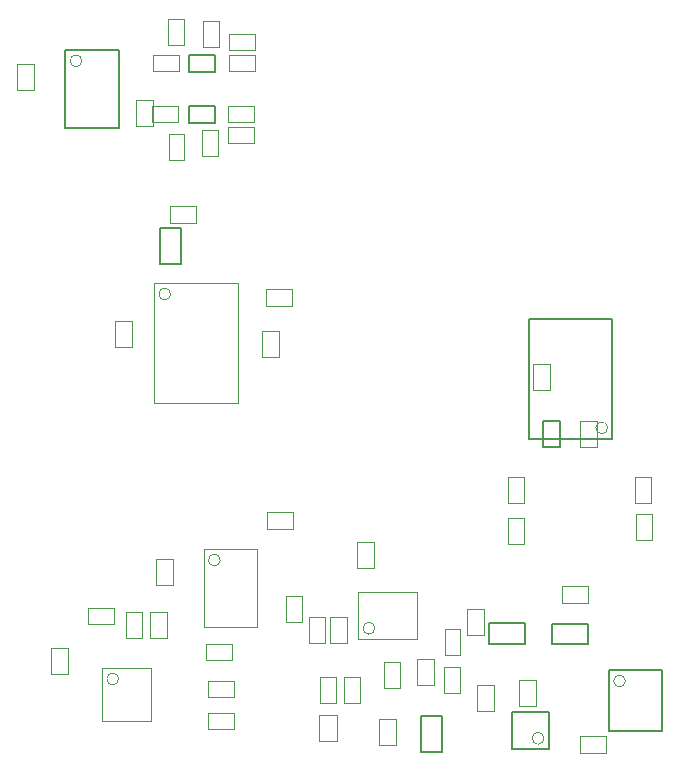
<source format=gbr>
G04 Layer_Color=16711935*
%FSLAX26Y26*%
%MOIN*%
%TF.FileFunction,Other,Mechanical_13*%
%TF.Part,Single*%
G01*
G75*
%TA.AperFunction,NonConductor*%
%ADD51C,0.005000*%
%ADD76C,0.003937*%
D51*
X1928544Y1831692D02*
Y1918306D01*
X1871456Y1831692D02*
Y1918306D01*
Y1831692D02*
X1928544D01*
X1871456Y1918306D02*
X1928544D01*
X1467260Y816338D02*
Y934448D01*
X1536158Y816338D02*
Y934448D01*
X1467260D02*
X1536158D01*
X1467260Y816338D02*
X1536158D01*
X691802Y3138653D02*
X778416D01*
X691802Y3081567D02*
X778416D01*
X691802D02*
Y3138653D01*
X778416Y3081567D02*
Y3138653D01*
X692802Y2969653D02*
X779416D01*
X692802Y2912567D02*
X779416D01*
X692802D02*
Y2969653D01*
X779416Y2912567D02*
Y2969653D01*
X1824370Y2259370D02*
X2103898D01*
X1824370Y1859764D02*
X2103898D01*
X1824370D02*
Y2259370D01*
X2103898Y1859764D02*
Y2259370D01*
X280552Y2894646D02*
Y3154488D01*
X457716Y2894646D02*
Y3154488D01*
X280552D02*
X457716D01*
X280552Y2894646D02*
X457716D01*
X1901748Y1173554D02*
X2021826D01*
X1901748Y1242452D02*
X2021826D01*
X1901748Y1173554D02*
Y1242452D01*
X2021826Y1173554D02*
Y1242452D01*
X1691578Y1175118D02*
X1811656D01*
X1691578Y1244016D02*
X1811656D01*
X1691578Y1175118D02*
Y1244016D01*
X1811656Y1175118D02*
Y1244016D01*
X2092260Y886220D02*
Y1087008D01*
X2269426Y886220D02*
Y1087008D01*
X2092260D02*
X2269426D01*
X2092260Y886220D02*
X2269426D01*
X1891590Y825118D02*
Y947166D01*
X1769544Y825118D02*
Y947166D01*
Y825118D02*
X1891590D01*
X1769544Y947166D02*
X1891590D01*
X597662Y2442070D02*
Y2562150D01*
X666560Y2442070D02*
Y2562150D01*
X597662D02*
X666560D01*
X597662Y2442070D02*
X666560D01*
D76*
X1312079Y1227260D02*
G03*
X1312079Y1227260I-19685J0D01*
G01*
X796646Y1454598D02*
G03*
X796646Y1454598I-19685J0D01*
G01*
X2088149Y1895197D02*
G03*
X2088149Y1895197I-19685J0D01*
G01*
X335669Y3119055D02*
G03*
X335669Y3119055I-19685J0D01*
G01*
X2147378Y1051575D02*
G03*
X2147378Y1051575I-19685J0D01*
G01*
X1875843Y860551D02*
G03*
X1875843Y860551I-19685J0D01*
G01*
X631465Y2341480D02*
G03*
X631465Y2341480I-19685J0D01*
G01*
X458110Y1058260D02*
G03*
X458110Y1058260I-19685J0D01*
G01*
X1618843Y1205260D02*
X1675929D01*
X1618843Y1291874D02*
X1675929D01*
X1618843Y1205260D02*
Y1291874D01*
X1675929Y1205260D02*
Y1291874D01*
X1996693Y811457D02*
Y868543D01*
X2083307Y811457D02*
Y868543D01*
X1996693D02*
X2083307D01*
X1996693Y811457D02*
X2083307D01*
X1793567Y969803D02*
X1850654D01*
X1793567Y1056417D02*
X1850654D01*
Y969803D02*
Y1056417D01*
X1793567Y969803D02*
Y1056417D01*
X2023669Y1311567D02*
Y1368653D01*
X1937055Y1311567D02*
Y1368653D01*
Y1311567D02*
X2023669D01*
X1937055Y1368653D02*
X2023669D01*
X1653566Y952598D02*
X1710653D01*
X1653566Y1039213D02*
X1710653D01*
X1653566Y952598D02*
Y1039213D01*
X1710653Y952598D02*
Y1039213D01*
X1326567Y839803D02*
X1383653D01*
X1326567Y926417D02*
X1383653D01*
X1326567Y839803D02*
Y926417D01*
X1383653Y839803D02*
Y926417D01*
X444567Y2250417D02*
X501654D01*
X444567Y2163803D02*
X501654D01*
Y2250417D01*
X444567Y2163803D02*
Y2250417D01*
X934567Y2218417D02*
X991654D01*
X934567Y2131803D02*
X991654D01*
Y2218417D01*
X934567Y2131803D02*
Y2218417D01*
X630803Y2577567D02*
Y2634654D01*
X717417Y2577567D02*
Y2634654D01*
X630803D02*
X717417D01*
X630803Y2577567D02*
X717417D01*
X118567Y3022598D02*
X175653D01*
X118567Y3109213D02*
X175653D01*
X118567Y3022598D02*
Y3109213D01*
X175653Y3022598D02*
Y3109213D01*
X516567Y2989417D02*
X573653D01*
X516567Y2902803D02*
X573653D01*
X516567D02*
Y2989417D01*
X573653Y2902803D02*
Y2989417D01*
X1996457Y1918307D02*
X2053543D01*
X1996457Y1831693D02*
X2053543D01*
X1996457D02*
Y1918307D01*
X2053543Y1831693D02*
Y1918307D01*
X1840591Y2020260D02*
X1897677D01*
X1840591Y2106874D02*
X1897677D01*
Y2020260D02*
Y2106874D01*
X1840591Y2020260D02*
Y2106874D01*
X1451457Y1123307D02*
X1508543D01*
X1451457Y1036693D02*
X1508543D01*
Y1123307D01*
X1451457Y1036693D02*
Y1123307D01*
X1251457Y1426693D02*
X1308543D01*
X1251457Y1513307D02*
X1308543D01*
X1251457Y1426693D02*
Y1513307D01*
X1308543Y1426693D02*
Y1513307D01*
X953803Y1556567D02*
Y1613654D01*
X1040417Y1556567D02*
Y1613654D01*
X953803D02*
X1040417D01*
X953803Y1556567D02*
X1040417D01*
X1453811Y1191827D02*
Y1349307D01*
X1256961Y1191827D02*
Y1349307D01*
X1453811D01*
X1256961Y1191827D02*
X1453811D01*
X1544535Y1226417D02*
X1597685D01*
X1544535Y1139803D02*
X1597685D01*
Y1226417D01*
X1544535Y1139803D02*
Y1226417D01*
X1756535Y1509803D02*
X1809685D01*
X1756535Y1596417D02*
X1809685D01*
X1756535Y1509803D02*
Y1596417D01*
X1809685Y1509803D02*
Y1596417D01*
X2181535Y1521803D02*
X2234685D01*
X2181535Y1608417D02*
X2234685D01*
X2181535Y1521803D02*
Y1608417D01*
X2234685Y1521803D02*
Y1608417D01*
X2178535Y1643803D02*
X2231685D01*
X2178535Y1730417D02*
X2231685D01*
X2178535Y1643803D02*
Y1730417D01*
X2231685Y1643803D02*
Y1730417D01*
X1756535Y1643803D02*
X1809685D01*
X1756535Y1730417D02*
X1809685D01*
X1756535Y1643803D02*
Y1730417D01*
X1809685Y1643803D02*
Y1730417D01*
X1543787Y1098952D02*
X1596937D01*
X1543787Y1012338D02*
X1596937D01*
Y1098952D01*
X1543787Y1012338D02*
Y1098952D01*
X288654Y1073803D02*
Y1160417D01*
X231567Y1073803D02*
Y1160417D01*
Y1073803D02*
X288654D01*
X231567Y1160417D02*
X288654D01*
X741528Y1230190D02*
Y1490032D01*
X918692Y1230190D02*
Y1490032D01*
X741528D02*
X918692D01*
X741528Y1230190D02*
X918692D01*
X581566Y1371804D02*
X638654D01*
X581566Y1458418D02*
X638654D01*
X581566Y1371804D02*
Y1458418D01*
X638654Y1371804D02*
Y1458418D01*
X621535Y3172803D02*
Y3259417D01*
X674685Y3172803D02*
Y3259417D01*
X621535Y3172803D02*
X674685D01*
X621535Y3259417D02*
X674685D01*
X825803Y3136685D02*
X912417D01*
X825803Y3083535D02*
X912417D01*
X825803D02*
Y3136685D01*
X912417Y3083535D02*
Y3136685D01*
X824803Y3207685D02*
X911417D01*
X824803Y3154535D02*
X911417D01*
X824803D02*
Y3207685D01*
X911417Y3154535D02*
Y3207685D01*
X624535Y2788803D02*
Y2875417D01*
X677685Y2788803D02*
Y2875417D01*
X624535Y2788803D02*
X677685D01*
X624535Y2875417D02*
X677685D01*
X822803Y2897685D02*
X909417D01*
X822803Y2844535D02*
X909417D01*
X822803D02*
Y2897685D01*
X909417Y2844535D02*
Y2897685D01*
X570803Y2914520D02*
X657417D01*
X570803Y2967669D02*
X657417D01*
Y2914520D02*
Y2967669D01*
X570803Y2914520D02*
Y2967669D01*
X822803Y2967669D02*
X909417D01*
X822803Y2914520D02*
X909417D01*
X822803D02*
Y2967669D01*
X909417Y2914520D02*
Y2967669D01*
X790685Y2800803D02*
Y2887417D01*
X737535Y2800803D02*
Y2887417D01*
X790685D01*
X737535Y2800803D02*
X790685D01*
X739535Y3164803D02*
Y3251417D01*
X792685Y3164803D02*
Y3251417D01*
X739535Y3164803D02*
X792685D01*
X739535Y3251417D02*
X792685D01*
X571803Y3136685D02*
X658417D01*
X571803Y3083535D02*
X658417D01*
X571803D02*
Y3136685D01*
X658417Y3083535D02*
Y3136685D01*
X1146575Y1176693D02*
Y1263307D01*
X1093425Y1176693D02*
Y1263307D01*
X1146575D01*
X1093425Y1176693D02*
X1146575D01*
X1181685Y977803D02*
Y1064417D01*
X1128535Y977803D02*
Y1064417D01*
X1181685D01*
X1128535Y977803D02*
X1181685D01*
X1070429Y1248167D02*
Y1334782D01*
X1017279Y1248167D02*
Y1334782D01*
X1070429D01*
X1017279Y1248167D02*
X1070429D01*
X1263685Y977803D02*
Y1064417D01*
X1210535Y977803D02*
Y1064417D01*
X1263685D01*
X1210535Y977803D02*
X1263685D01*
X749803Y1121535D02*
X836417D01*
X749803Y1174685D02*
X836417D01*
Y1121535D02*
Y1174685D01*
X749803Y1121535D02*
Y1174685D01*
X756803Y890535D02*
X843417D01*
X756803Y943685D02*
X843417D01*
Y890535D02*
Y943685D01*
X756803Y890535D02*
Y943685D01*
X1396575Y1026693D02*
Y1113307D01*
X1343425Y1026693D02*
Y1113307D01*
X1396575D01*
X1343425Y1026693D02*
X1396575D01*
X576346Y1977307D02*
X855874D01*
X576346Y2376913D02*
X855874D01*
Y1977307D02*
Y2376913D01*
X576346Y1977307D02*
Y2376913D01*
X1161457Y1176693D02*
Y1263307D01*
X1218543Y1176693D02*
Y1263307D01*
X1161457Y1176693D02*
X1218543D01*
X1161457Y1263307D02*
X1218543D01*
X1184653Y852803D02*
Y939417D01*
X1127567Y852803D02*
Y939417D01*
X1184653D01*
X1127567Y852803D02*
X1184653D01*
X947803Y2302567D02*
X1034417D01*
X947803Y2359654D02*
X1034417D01*
Y2302567D02*
Y2359654D01*
X947803Y2302567D02*
Y2359654D01*
X756803Y997535D02*
X843417D01*
X756803Y1050685D02*
X843417D01*
Y997535D02*
Y1050685D01*
X756803Y997535D02*
Y1050685D01*
X402992Y1093693D02*
X564410D01*
X402992Y916528D02*
X564410D01*
X402992D02*
Y1093693D01*
X564410Y916528D02*
Y1093693D01*
X356803Y1295685D02*
X443417D01*
X356803Y1242535D02*
X443417D01*
Y1295685D01*
X356803Y1242535D02*
Y1295685D01*
X481535Y1194803D02*
Y1281417D01*
X534685Y1194803D02*
Y1281417D01*
X481535D02*
X534685D01*
X481535Y1194803D02*
X534685D01*
X619654Y1194803D02*
Y1281417D01*
X562567Y1194803D02*
Y1281417D01*
Y1194803D02*
X619654D01*
X562567Y1281417D02*
X619654D01*
%TF.MD5,a9f6e6e4c9c376747b68a2b64478d4c2*%
M02*

</source>
